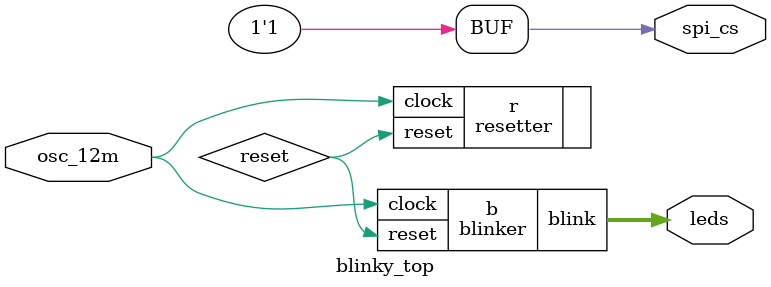
<source format=v>
`timescale 1ns/100ps

module blinker(input       clock,
               input       reset,
               output [3:0]  blink);
    reg [23:0] counter;

    always @* begin
        case (counter[22:21])
            2'b00: blink = 4'b1110;
            2'b01: blink = 4'b1101;
            2'b10: blink = 4'b1011;
            2'b11: blink = 4'b0111;
        endcase // case (counter[23:22])
    end

    always @(posedge clock) begin
        if (!reset) begin
            counter <= counter + 24'h1;
        end else begin
            counter <= 24'h0;
        end
    end
endmodule

// The name blinky_top is arbitrary. It just needs to be specified in the yosys synthesis script
// with the -top argument passed into synth_ice40
module blinky_top(input osc_12m,
                  output spi_cs,
                  output [3:0] leds);

    assign spi_cs = 1'b1;

    // This oscillator is a hard IP core inside the ice40.
    /*wire clk_48;
    SB_HFOSC u_hfosc(.CLKHFPU(1'b1),
		     .CLKHFEN(1'b1),
		     .CLKHF(clk_48));*/

    // Module "resetter" is defined in ../common/util.v
    wire reset;
    resetter r(.clock(osc_12m),
               .reset(reset));

    blinker b(.clock(osc_12m),
              .reset(reset),
              .blink(leds));
endmodule

</source>
